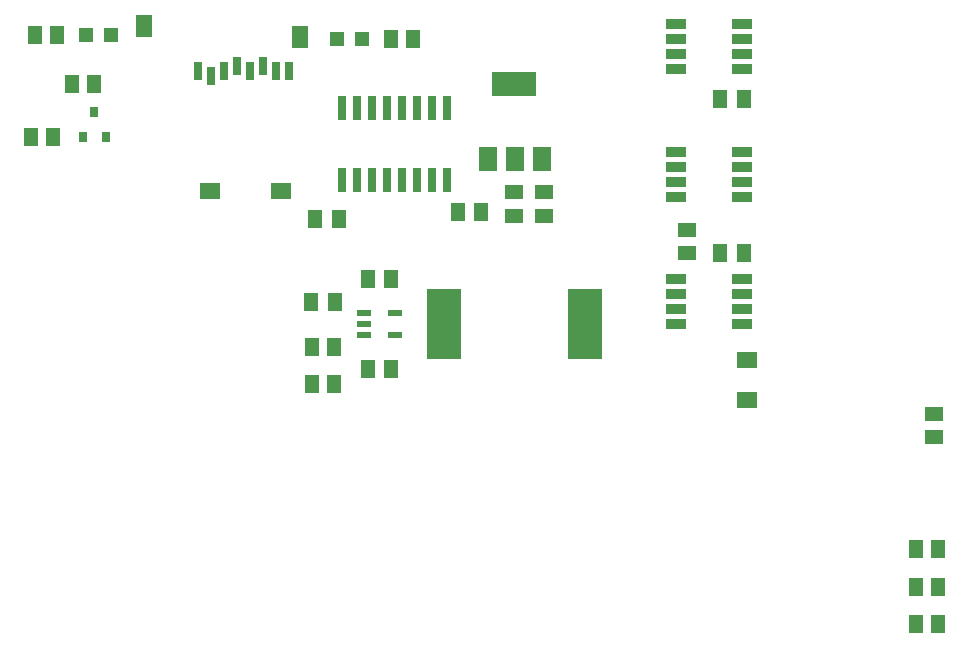
<source format=gtp>
G75*
G70*
%OFA0B0*%
%FSLAX24Y24*%
%IPPOS*%
%LPD*%
%AMOC8*
5,1,8,0,0,1.08239X$1,22.5*
%
%ADD10R,0.0512X0.0630*%
%ADD11R,0.0315X0.0354*%
%ADD12R,0.0590X0.0790*%
%ADD13R,0.1500X0.0790*%
%ADD14R,0.0630X0.0512*%
%ADD15R,0.0260X0.0800*%
%ADD16R,0.0472X0.0472*%
%ADD17R,0.0472X0.0236*%
%ADD18R,0.0709X0.0551*%
%ADD19R,0.0700X0.0360*%
%ADD20R,0.1181X0.2362*%
%ADD21R,0.0276X0.0591*%
%ADD22R,0.0551X0.0748*%
D10*
X029431Y014930D03*
X030179Y014930D03*
X031306Y015430D03*
X032054Y015430D03*
X030179Y016180D03*
X029431Y016180D03*
X029411Y017680D03*
X030199Y017680D03*
X031306Y018430D03*
X032054Y018430D03*
X030324Y020430D03*
X029536Y020430D03*
X034306Y020680D03*
X035054Y020680D03*
X043036Y019305D03*
X043824Y019305D03*
X043824Y024430D03*
X043036Y024430D03*
X032804Y026430D03*
X032056Y026430D03*
X022179Y024930D03*
X021431Y024930D03*
X020929Y026555D03*
X020181Y026555D03*
X020056Y023180D03*
X020804Y023180D03*
X049556Y009430D03*
X050304Y009430D03*
X050304Y008180D03*
X049556Y008180D03*
X049556Y006930D03*
X050304Y006930D03*
D11*
X022554Y023161D03*
X021806Y023161D03*
X022180Y023988D03*
D12*
X035290Y022440D03*
X036190Y022440D03*
X037090Y022440D03*
D13*
X036180Y024920D03*
D14*
X036180Y021324D03*
X037180Y021324D03*
X037180Y020536D03*
X036180Y020536D03*
X041930Y020054D03*
X041930Y019306D03*
X050180Y013929D03*
X050180Y013181D03*
D15*
X033930Y021720D03*
X033430Y021720D03*
X032930Y021720D03*
X032430Y021720D03*
X031930Y021720D03*
X031430Y021720D03*
X030930Y021720D03*
X030430Y021720D03*
X030430Y024140D03*
X030930Y024140D03*
X031430Y024140D03*
X031930Y024140D03*
X032430Y024140D03*
X032930Y024140D03*
X033430Y024140D03*
X033930Y024140D03*
D16*
X031093Y026430D03*
X030267Y026430D03*
X022718Y026555D03*
X021892Y026555D03*
D17*
X031166Y017304D03*
X031166Y016930D03*
X031166Y016556D03*
X032194Y016556D03*
X032194Y017304D03*
D18*
X028393Y021353D03*
X026030Y021353D03*
X043930Y015724D03*
X043930Y014386D03*
D19*
X043780Y016930D03*
X043780Y017430D03*
X043780Y017930D03*
X043780Y018430D03*
X041580Y018430D03*
X041580Y017930D03*
X041580Y017430D03*
X041580Y016930D03*
X041580Y021180D03*
X041580Y021680D03*
X041580Y022180D03*
X041580Y022680D03*
X043780Y022680D03*
X043780Y022180D03*
X043780Y021680D03*
X043780Y021180D03*
X043780Y025430D03*
X043780Y025930D03*
X043780Y026430D03*
X043780Y026930D03*
X041580Y026930D03*
X041580Y026430D03*
X041580Y025930D03*
X041580Y025430D03*
D20*
X038542Y016930D03*
X033818Y016930D03*
D21*
X026070Y025211D03*
X026503Y025369D03*
X026936Y025526D03*
X027369Y025369D03*
X027802Y025526D03*
X028235Y025369D03*
X028668Y025369D03*
X025637Y025369D03*
D22*
X023826Y026865D03*
X029023Y026511D03*
M02*

</source>
